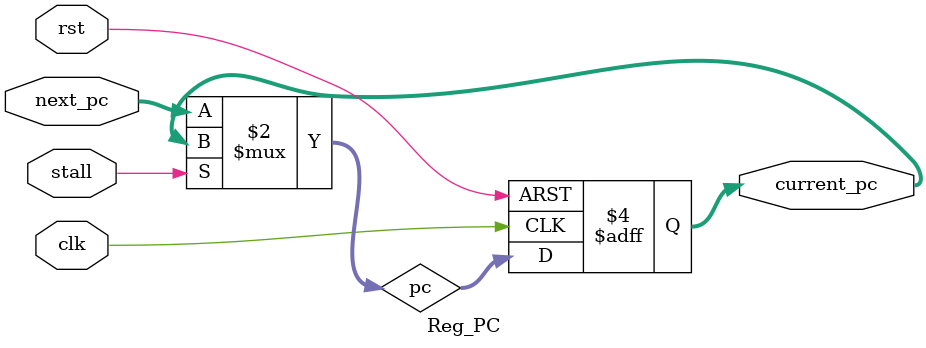
<source format=v>
module Reg_PC(
    input clk,
    input rst,
    input stall,
    input [31:0] next_pc,
    output reg [31:0] current_pc
);

reg [31:0]pc;
always @(*) begin
    pc = (stall)?current_pc:next_pc;
end

always @(posedge clk or posedge rst) begin
    if(rst)begin
        current_pc <= 32'd0;
    end
    else begin
        current_pc <= pc;
    end
end

endmodule

</source>
